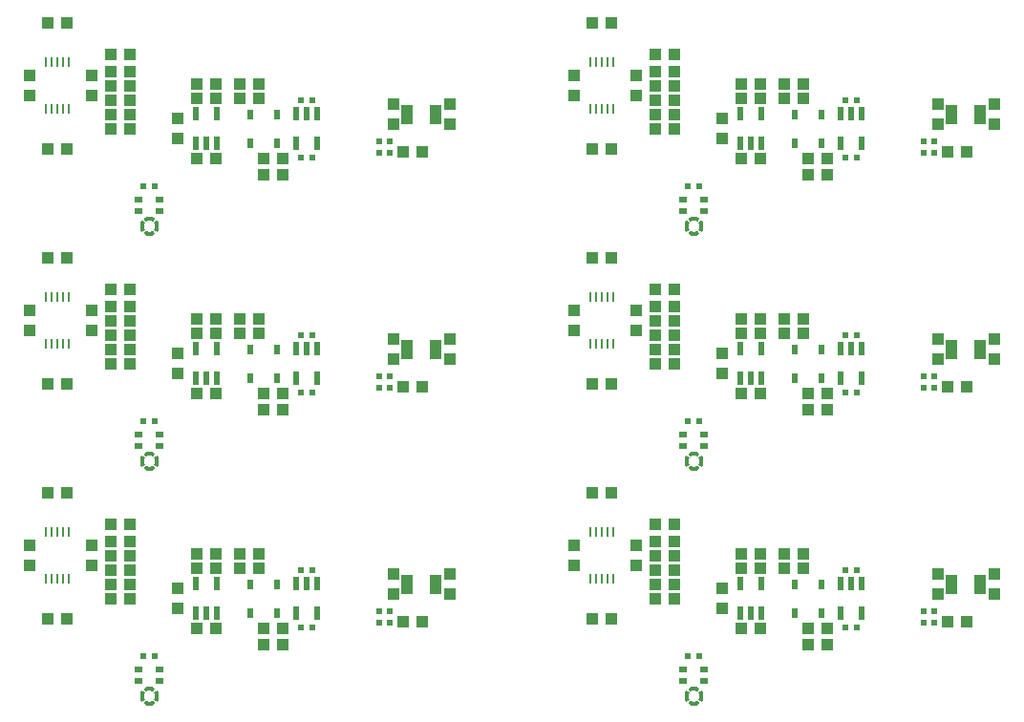
<source format=gbp>
G75*
%MOIN*%
%OFA0B0*%
%FSLAX25Y25*%
%IPPOS*%
%LPD*%
%AMOC8*
5,1,8,0,0,1.08239X$1,22.5*
%
%ADD10R,0.04331X0.03937*%
%ADD11R,0.02165X0.04724*%
%ADD12R,0.02480X0.03268*%
%ADD13R,0.03937X0.04331*%
%ADD14R,0.02362X0.02362*%
%ADD15R,0.03937X0.07087*%
%ADD16R,0.00984X0.03445*%
%ADD17R,0.02854X0.02055*%
%ADD18R,0.01969X0.00787*%
%ADD19C,0.00197*%
%ADD20R,0.00787X0.01969*%
D10*
X0131904Y0080933D03*
X0131904Y0086433D03*
X0138596Y0086433D03*
X0138596Y0080933D03*
X0115096Y0086433D03*
X0108404Y0086433D03*
X0085096Y0096933D03*
X0085096Y0101933D03*
X0078404Y0101933D03*
X0078404Y0096933D03*
X0063096Y0089933D03*
X0056404Y0089933D03*
X0078404Y0106933D03*
X0078404Y0111933D03*
X0078404Y0116933D03*
X0078404Y0122933D03*
X0085096Y0122933D03*
X0085096Y0116933D03*
X0085096Y0111933D03*
X0085096Y0106933D03*
X0108404Y0107433D03*
X0108404Y0112433D03*
X0115096Y0112433D03*
X0115096Y0107433D03*
X0123404Y0107433D03*
X0123404Y0112433D03*
X0130096Y0112433D03*
X0130096Y0107433D03*
X0180404Y0088933D03*
X0187096Y0088933D03*
X0246404Y0089933D03*
X0253096Y0089933D03*
X0268404Y0096933D03*
X0268404Y0101933D03*
X0275096Y0101933D03*
X0275096Y0096933D03*
X0298404Y0086433D03*
X0305096Y0086433D03*
X0321904Y0086433D03*
X0321904Y0080933D03*
X0328596Y0080933D03*
X0328596Y0086433D03*
X0320096Y0107433D03*
X0320096Y0112433D03*
X0313404Y0112433D03*
X0313404Y0107433D03*
X0305096Y0107433D03*
X0305096Y0112433D03*
X0298404Y0112433D03*
X0298404Y0107433D03*
X0275096Y0106933D03*
X0275096Y0111933D03*
X0275096Y0116933D03*
X0275096Y0122933D03*
X0268404Y0122933D03*
X0268404Y0116933D03*
X0268404Y0111933D03*
X0268404Y0106933D03*
X0253096Y0133933D03*
X0246404Y0133933D03*
X0298404Y0168433D03*
X0305096Y0168433D03*
X0321904Y0168433D03*
X0321904Y0162933D03*
X0328596Y0162933D03*
X0328596Y0168433D03*
X0320096Y0189433D03*
X0320096Y0194433D03*
X0313404Y0194433D03*
X0313404Y0189433D03*
X0305096Y0189433D03*
X0305096Y0194433D03*
X0298404Y0194433D03*
X0298404Y0189433D03*
X0275096Y0188933D03*
X0275096Y0183933D03*
X0275096Y0178933D03*
X0268404Y0178933D03*
X0268404Y0183933D03*
X0268404Y0188933D03*
X0268404Y0193933D03*
X0268404Y0198933D03*
X0275096Y0198933D03*
X0275096Y0193933D03*
X0275096Y0204933D03*
X0268404Y0204933D03*
X0253096Y0215933D03*
X0246404Y0215933D03*
X0298404Y0250433D03*
X0305096Y0250433D03*
X0321904Y0250433D03*
X0321904Y0244933D03*
X0328596Y0244933D03*
X0328596Y0250433D03*
X0320096Y0271433D03*
X0320096Y0276433D03*
X0313404Y0276433D03*
X0313404Y0271433D03*
X0305096Y0271433D03*
X0305096Y0276433D03*
X0298404Y0276433D03*
X0298404Y0271433D03*
X0275096Y0270933D03*
X0275096Y0265933D03*
X0275096Y0260933D03*
X0268404Y0260933D03*
X0268404Y0265933D03*
X0268404Y0270933D03*
X0268404Y0275933D03*
X0268404Y0280933D03*
X0275096Y0280933D03*
X0275096Y0275933D03*
X0275096Y0286933D03*
X0268404Y0286933D03*
X0253096Y0297933D03*
X0246404Y0297933D03*
X0246404Y0253933D03*
X0253096Y0253933D03*
X0187096Y0252933D03*
X0180404Y0252933D03*
X0138596Y0250433D03*
X0138596Y0244933D03*
X0131904Y0244933D03*
X0131904Y0250433D03*
X0115096Y0250433D03*
X0108404Y0250433D03*
X0085096Y0260933D03*
X0085096Y0265933D03*
X0085096Y0270933D03*
X0085096Y0275933D03*
X0085096Y0280933D03*
X0078404Y0280933D03*
X0078404Y0275933D03*
X0078404Y0270933D03*
X0078404Y0265933D03*
X0078404Y0260933D03*
X0063096Y0253933D03*
X0056404Y0253933D03*
X0108404Y0271433D03*
X0108404Y0276433D03*
X0115096Y0276433D03*
X0115096Y0271433D03*
X0123404Y0271433D03*
X0123404Y0276433D03*
X0130096Y0276433D03*
X0130096Y0271433D03*
X0085096Y0286933D03*
X0078404Y0286933D03*
X0063096Y0297933D03*
X0056404Y0297933D03*
X0056404Y0215933D03*
X0063096Y0215933D03*
X0078404Y0204933D03*
X0085096Y0204933D03*
X0085096Y0198933D03*
X0085096Y0193933D03*
X0085096Y0188933D03*
X0085096Y0183933D03*
X0085096Y0178933D03*
X0078404Y0178933D03*
X0078404Y0183933D03*
X0078404Y0188933D03*
X0078404Y0193933D03*
X0078404Y0198933D03*
X0108404Y0194433D03*
X0108404Y0189433D03*
X0115096Y0189433D03*
X0115096Y0194433D03*
X0123404Y0194433D03*
X0123404Y0189433D03*
X0130096Y0189433D03*
X0130096Y0194433D03*
X0131904Y0168433D03*
X0131904Y0162933D03*
X0138596Y0162933D03*
X0138596Y0168433D03*
X0115096Y0168433D03*
X0108404Y0168433D03*
X0063096Y0171933D03*
X0056404Y0171933D03*
X0056404Y0133933D03*
X0063096Y0133933D03*
X0180404Y0170933D03*
X0187096Y0170933D03*
X0246404Y0171933D03*
X0253096Y0171933D03*
X0370404Y0170933D03*
X0377096Y0170933D03*
X0377096Y0252933D03*
X0370404Y0252933D03*
X0370404Y0088933D03*
X0377096Y0088933D03*
D11*
X0340490Y0091815D03*
X0333010Y0091815D03*
X0333010Y0102052D03*
X0336750Y0102052D03*
X0340490Y0102052D03*
X0305490Y0102052D03*
X0298010Y0102052D03*
X0298010Y0091815D03*
X0301750Y0091815D03*
X0305490Y0091815D03*
X0150490Y0091815D03*
X0143010Y0091815D03*
X0143010Y0102052D03*
X0146750Y0102052D03*
X0150490Y0102052D03*
X0115490Y0102052D03*
X0108010Y0102052D03*
X0108010Y0091815D03*
X0111750Y0091815D03*
X0115490Y0091815D03*
X0115490Y0173815D03*
X0111750Y0173815D03*
X0108010Y0173815D03*
X0108010Y0184052D03*
X0115490Y0184052D03*
X0143010Y0184052D03*
X0146750Y0184052D03*
X0150490Y0184052D03*
X0150490Y0173815D03*
X0143010Y0173815D03*
X0298010Y0173815D03*
X0301750Y0173815D03*
X0305490Y0173815D03*
X0305490Y0184052D03*
X0298010Y0184052D03*
X0333010Y0184052D03*
X0336750Y0184052D03*
X0340490Y0184052D03*
X0340490Y0173815D03*
X0333010Y0173815D03*
X0333010Y0255815D03*
X0340490Y0255815D03*
X0340490Y0266052D03*
X0336750Y0266052D03*
X0333010Y0266052D03*
X0305490Y0266052D03*
X0298010Y0266052D03*
X0298010Y0255815D03*
X0301750Y0255815D03*
X0305490Y0255815D03*
X0150490Y0255815D03*
X0143010Y0255815D03*
X0143010Y0266052D03*
X0146750Y0266052D03*
X0150490Y0266052D03*
X0115490Y0266052D03*
X0108010Y0266052D03*
X0108010Y0255815D03*
X0111750Y0255815D03*
X0115490Y0255815D03*
D12*
X0127222Y0255933D03*
X0136278Y0255933D03*
X0136278Y0265933D03*
X0127222Y0265933D03*
X0127222Y0183933D03*
X0136278Y0183933D03*
X0136278Y0173933D03*
X0127222Y0173933D03*
X0127222Y0101933D03*
X0136278Y0101933D03*
X0136278Y0091933D03*
X0127222Y0091933D03*
X0317222Y0091933D03*
X0326278Y0091933D03*
X0326278Y0101933D03*
X0317222Y0101933D03*
X0317222Y0173933D03*
X0326278Y0173933D03*
X0326278Y0183933D03*
X0317222Y0183933D03*
X0317222Y0255933D03*
X0326278Y0255933D03*
X0326278Y0265933D03*
X0317222Y0265933D03*
D13*
X0291750Y0264280D03*
X0291750Y0257587D03*
X0261750Y0272587D03*
X0261750Y0279280D03*
X0240250Y0279280D03*
X0240250Y0272587D03*
X0196750Y0269280D03*
X0196750Y0262587D03*
X0177250Y0262587D03*
X0177250Y0269280D03*
X0101750Y0264280D03*
X0101750Y0257587D03*
X0071750Y0272587D03*
X0071750Y0279280D03*
X0050250Y0279280D03*
X0050250Y0272587D03*
X0050250Y0197280D03*
X0050250Y0190587D03*
X0071750Y0190587D03*
X0071750Y0197280D03*
X0101750Y0182280D03*
X0101750Y0175587D03*
X0177250Y0180587D03*
X0177250Y0187280D03*
X0196750Y0187280D03*
X0196750Y0180587D03*
X0240250Y0190587D03*
X0240250Y0197280D03*
X0261750Y0197280D03*
X0261750Y0190587D03*
X0291750Y0182280D03*
X0291750Y0175587D03*
X0367250Y0180587D03*
X0367250Y0187280D03*
X0386750Y0187280D03*
X0386750Y0180587D03*
X0261750Y0115280D03*
X0261750Y0108587D03*
X0240250Y0108587D03*
X0240250Y0115280D03*
X0196750Y0105280D03*
X0196750Y0098587D03*
X0177250Y0098587D03*
X0177250Y0105280D03*
X0101750Y0100280D03*
X0101750Y0093587D03*
X0071750Y0108587D03*
X0071750Y0115280D03*
X0050250Y0115280D03*
X0050250Y0108587D03*
X0291750Y0100280D03*
X0291750Y0093587D03*
X0367250Y0098587D03*
X0367250Y0105280D03*
X0386750Y0105280D03*
X0386750Y0098587D03*
X0386750Y0262587D03*
X0386750Y0269280D03*
X0367250Y0269280D03*
X0367250Y0262587D03*
D14*
X0365750Y0256402D03*
X0362250Y0256402D03*
X0362250Y0252465D03*
X0365750Y0252465D03*
X0338719Y0250933D03*
X0334781Y0250933D03*
X0334781Y0270933D03*
X0338719Y0270933D03*
X0283719Y0240933D03*
X0279781Y0240933D03*
X0334781Y0188933D03*
X0338719Y0188933D03*
X0362250Y0174402D03*
X0365750Y0174402D03*
X0365750Y0170465D03*
X0362250Y0170465D03*
X0338719Y0168933D03*
X0334781Y0168933D03*
X0283719Y0158933D03*
X0279781Y0158933D03*
X0334781Y0106933D03*
X0338719Y0106933D03*
X0362250Y0092402D03*
X0365750Y0092402D03*
X0365750Y0088465D03*
X0362250Y0088465D03*
X0338719Y0086933D03*
X0334781Y0086933D03*
X0283719Y0076933D03*
X0279781Y0076933D03*
X0175750Y0088465D03*
X0172250Y0088465D03*
X0172250Y0092402D03*
X0175750Y0092402D03*
X0148719Y0086933D03*
X0144781Y0086933D03*
X0144781Y0106933D03*
X0148719Y0106933D03*
X0093719Y0076933D03*
X0089781Y0076933D03*
X0089781Y0158933D03*
X0093719Y0158933D03*
X0144781Y0168933D03*
X0148719Y0168933D03*
X0172250Y0170465D03*
X0175750Y0170465D03*
X0175750Y0174402D03*
X0172250Y0174402D03*
X0148719Y0188933D03*
X0144781Y0188933D03*
X0093719Y0240933D03*
X0089781Y0240933D03*
X0144781Y0250933D03*
X0148719Y0250933D03*
X0172250Y0252465D03*
X0175750Y0252465D03*
X0175750Y0256402D03*
X0172250Y0256402D03*
X0148719Y0270933D03*
X0144781Y0270933D03*
D15*
X0181829Y0265933D03*
X0191671Y0265933D03*
X0191671Y0183933D03*
X0181829Y0183933D03*
X0181829Y0101933D03*
X0191671Y0101933D03*
X0371829Y0101933D03*
X0381671Y0101933D03*
X0381671Y0183933D03*
X0371829Y0183933D03*
X0371829Y0265933D03*
X0381671Y0265933D03*
D16*
X0253687Y0267813D03*
X0251719Y0267813D03*
X0249750Y0267813D03*
X0247781Y0267813D03*
X0245813Y0267813D03*
X0245813Y0284053D03*
X0247781Y0284053D03*
X0249750Y0284053D03*
X0251719Y0284053D03*
X0253687Y0284053D03*
X0253687Y0202053D03*
X0251719Y0202053D03*
X0249750Y0202053D03*
X0247781Y0202053D03*
X0245813Y0202053D03*
X0245813Y0185813D03*
X0247781Y0185813D03*
X0249750Y0185813D03*
X0251719Y0185813D03*
X0253687Y0185813D03*
X0253687Y0120053D03*
X0251719Y0120053D03*
X0249750Y0120053D03*
X0247781Y0120053D03*
X0245813Y0120053D03*
X0245813Y0103813D03*
X0247781Y0103813D03*
X0249750Y0103813D03*
X0251719Y0103813D03*
X0253687Y0103813D03*
X0063687Y0103813D03*
X0061719Y0103813D03*
X0059750Y0103813D03*
X0057781Y0103813D03*
X0055813Y0103813D03*
X0055813Y0120053D03*
X0057781Y0120053D03*
X0059750Y0120053D03*
X0061719Y0120053D03*
X0063687Y0120053D03*
X0063687Y0185813D03*
X0061719Y0185813D03*
X0059750Y0185813D03*
X0057781Y0185813D03*
X0055813Y0185813D03*
X0055813Y0202053D03*
X0057781Y0202053D03*
X0059750Y0202053D03*
X0061719Y0202053D03*
X0063687Y0202053D03*
X0063687Y0267813D03*
X0061719Y0267813D03*
X0059750Y0267813D03*
X0057781Y0267813D03*
X0055813Y0267813D03*
X0055813Y0284053D03*
X0057781Y0284053D03*
X0059750Y0284053D03*
X0061719Y0284053D03*
X0063687Y0284053D03*
D17*
X0088207Y0236051D03*
X0088207Y0232114D03*
X0095293Y0232114D03*
X0095293Y0236051D03*
X0095293Y0154051D03*
X0095293Y0150114D03*
X0088207Y0150114D03*
X0088207Y0154051D03*
X0088207Y0072051D03*
X0088207Y0068114D03*
X0095293Y0068114D03*
X0095293Y0072051D03*
X0278207Y0072051D03*
X0278207Y0068114D03*
X0285293Y0068114D03*
X0285293Y0072051D03*
X0285293Y0150114D03*
X0285293Y0154051D03*
X0278207Y0154051D03*
X0278207Y0150114D03*
X0278207Y0232114D03*
X0278207Y0236051D03*
X0285293Y0236051D03*
X0285293Y0232114D03*
D18*
X0281750Y0229555D03*
X0281750Y0224437D03*
X0281750Y0147555D03*
X0281750Y0142437D03*
X0281750Y0065555D03*
X0281750Y0060437D03*
X0091750Y0060437D03*
X0091750Y0065555D03*
X0091750Y0142437D03*
X0091750Y0147555D03*
X0091750Y0224437D03*
X0091750Y0229555D03*
D19*
X0089998Y0061815D02*
X0089183Y0061264D01*
X0088884Y0061800D01*
X0088699Y0062385D01*
X0088637Y0062996D01*
X0088699Y0063607D01*
X0088884Y0064192D01*
X0089183Y0064728D01*
X0089998Y0064177D01*
X0089794Y0063812D01*
X0089668Y0063412D01*
X0089626Y0062996D01*
X0089668Y0062580D01*
X0089794Y0062180D01*
X0089998Y0061815D01*
X0089997Y0061817D02*
X0088878Y0061817D01*
X0088817Y0062012D02*
X0089888Y0062012D01*
X0089785Y0062208D02*
X0088755Y0062208D01*
X0088697Y0062403D02*
X0089724Y0062403D01*
X0089666Y0062599D02*
X0088677Y0062599D01*
X0088658Y0062794D02*
X0089646Y0062794D01*
X0089626Y0062989D02*
X0088638Y0062989D01*
X0088656Y0063185D02*
X0089645Y0063185D01*
X0089665Y0063380D02*
X0088676Y0063380D01*
X0088696Y0063575D02*
X0089720Y0063575D01*
X0089781Y0063771D02*
X0088751Y0063771D01*
X0088813Y0063966D02*
X0089880Y0063966D01*
X0089989Y0064161D02*
X0088874Y0064161D01*
X0088976Y0064357D02*
X0089732Y0064357D01*
X0089444Y0064552D02*
X0089085Y0064552D01*
X0090173Y0065334D02*
X0093327Y0065334D01*
X0093459Y0065529D02*
X0090041Y0065529D01*
X0090018Y0065563D02*
X0090569Y0064748D01*
X0090934Y0064952D01*
X0091334Y0065078D01*
X0091750Y0065120D01*
X0092166Y0065078D01*
X0092566Y0064952D01*
X0092931Y0064748D01*
X0093482Y0065563D01*
X0092946Y0065862D01*
X0092361Y0066047D01*
X0091750Y0066109D01*
X0091139Y0066047D01*
X0090554Y0065862D01*
X0090018Y0065563D01*
X0090307Y0065724D02*
X0093193Y0065724D01*
X0092764Y0065920D02*
X0090736Y0065920D01*
X0090305Y0065138D02*
X0093195Y0065138D01*
X0093063Y0064943D02*
X0092582Y0064943D01*
X0093502Y0064177D02*
X0094317Y0064728D01*
X0094616Y0064192D01*
X0094801Y0063607D01*
X0094863Y0062996D01*
X0094801Y0062385D01*
X0094616Y0061800D01*
X0094317Y0061264D01*
X0093502Y0061815D01*
X0093706Y0062180D01*
X0093832Y0062580D01*
X0093874Y0062996D01*
X0093832Y0063412D01*
X0093706Y0063812D01*
X0093502Y0064177D01*
X0093511Y0064161D02*
X0094626Y0064161D01*
X0094687Y0063966D02*
X0093620Y0063966D01*
X0093719Y0063771D02*
X0094749Y0063771D01*
X0094804Y0063575D02*
X0093780Y0063575D01*
X0093835Y0063380D02*
X0094824Y0063380D01*
X0094844Y0063185D02*
X0093855Y0063185D01*
X0093874Y0062989D02*
X0094862Y0062989D01*
X0094842Y0062794D02*
X0093854Y0062794D01*
X0093834Y0062599D02*
X0094823Y0062599D01*
X0094803Y0062403D02*
X0093776Y0062403D01*
X0093715Y0062208D02*
X0094745Y0062208D01*
X0094683Y0062012D02*
X0093612Y0062012D01*
X0093503Y0061817D02*
X0094622Y0061817D01*
X0094517Y0061622D02*
X0093788Y0061622D01*
X0094077Y0061426D02*
X0094408Y0061426D01*
X0093336Y0060645D02*
X0090164Y0060645D01*
X0093336Y0060645D01*
X0090164Y0060645D01*
X0093336Y0060645D01*
X0090164Y0060645D01*
X0093336Y0060645D01*
X0090164Y0060645D01*
X0090296Y0060840D02*
X0093204Y0060840D01*
X0090296Y0060840D01*
X0093204Y0060840D01*
X0090296Y0060840D01*
X0093204Y0060840D01*
X0090296Y0060840D01*
X0093204Y0060840D01*
X0093072Y0061036D02*
X0092552Y0061036D01*
X0093072Y0061036D01*
X0092552Y0061036D01*
X0093072Y0061036D01*
X0092552Y0061036D01*
X0093072Y0061036D01*
X0092552Y0061036D01*
X0092566Y0061040D02*
X0092931Y0061244D01*
X0093482Y0060429D01*
X0092946Y0060130D01*
X0092361Y0059945D01*
X0091750Y0059883D01*
X0091139Y0059945D01*
X0090554Y0060130D01*
X0090018Y0060429D01*
X0090569Y0061244D01*
X0090934Y0061040D01*
X0091334Y0060914D01*
X0091750Y0060872D01*
X0092166Y0060914D01*
X0092566Y0061040D01*
X0092931Y0061244D01*
X0093482Y0060429D01*
X0092946Y0060130D01*
X0092361Y0059945D01*
X0091750Y0059883D01*
X0091139Y0059945D01*
X0090554Y0060130D01*
X0090018Y0060429D01*
X0090569Y0061244D01*
X0090934Y0061040D01*
X0091334Y0060914D01*
X0091750Y0060872D01*
X0092166Y0060914D01*
X0092566Y0061040D01*
X0092931Y0061244D01*
X0093482Y0060429D01*
X0092946Y0060130D01*
X0092361Y0059945D01*
X0091750Y0059883D01*
X0091139Y0059945D01*
X0090554Y0060130D01*
X0090018Y0060429D01*
X0090569Y0061244D01*
X0090934Y0061040D01*
X0091334Y0060914D01*
X0091750Y0060872D01*
X0092166Y0060914D01*
X0092566Y0061040D01*
X0092931Y0061244D01*
X0093482Y0060429D01*
X0092946Y0060130D01*
X0092361Y0059945D01*
X0091750Y0059883D01*
X0091139Y0059945D01*
X0090554Y0060130D01*
X0090018Y0060429D01*
X0090569Y0061244D01*
X0090934Y0061040D01*
X0091334Y0060914D01*
X0091750Y0060872D01*
X0092166Y0060914D01*
X0092566Y0061040D01*
X0092931Y0061244D01*
X0093482Y0060429D01*
X0092946Y0060130D01*
X0092361Y0059945D01*
X0091750Y0059883D01*
X0091139Y0059945D01*
X0090554Y0060130D01*
X0090018Y0060429D01*
X0090569Y0061244D01*
X0090934Y0061040D01*
X0091334Y0060914D01*
X0091750Y0060872D01*
X0092166Y0060914D01*
X0092566Y0061040D01*
X0092931Y0061244D01*
X0093482Y0060429D01*
X0092946Y0060130D01*
X0092361Y0059945D01*
X0091750Y0059883D01*
X0091139Y0059945D01*
X0090554Y0060130D01*
X0090018Y0060429D01*
X0090569Y0061244D01*
X0090934Y0061040D01*
X0091334Y0060914D01*
X0091750Y0060872D01*
X0092166Y0060914D01*
X0092566Y0061040D01*
X0092931Y0061244D01*
X0093482Y0060429D01*
X0092946Y0060130D01*
X0092361Y0059945D01*
X0091750Y0059883D01*
X0091139Y0059945D01*
X0090554Y0060130D01*
X0090018Y0060429D01*
X0090569Y0061244D01*
X0090934Y0061040D01*
X0091334Y0060914D01*
X0091750Y0060872D01*
X0092166Y0060914D01*
X0092566Y0061040D01*
X0092908Y0061231D02*
X0092940Y0061231D01*
X0092908Y0061231D01*
X0092940Y0061231D01*
X0092908Y0061231D01*
X0092940Y0061231D01*
X0092908Y0061231D01*
X0092940Y0061231D01*
X0093468Y0060450D02*
X0090032Y0060450D01*
X0093468Y0060450D01*
X0090032Y0060450D01*
X0093468Y0060450D01*
X0090032Y0060450D01*
X0093468Y0060450D01*
X0090032Y0060450D01*
X0090331Y0060254D02*
X0093169Y0060254D01*
X0090331Y0060254D01*
X0093169Y0060254D01*
X0090331Y0060254D01*
X0093169Y0060254D01*
X0090331Y0060254D01*
X0093169Y0060254D01*
X0092721Y0060059D02*
X0090779Y0060059D01*
X0092721Y0060059D01*
X0090779Y0060059D01*
X0092721Y0060059D01*
X0090779Y0060059D01*
X0092721Y0060059D01*
X0090779Y0060059D01*
X0090948Y0061036D02*
X0090428Y0061036D01*
X0090948Y0061036D01*
X0090428Y0061036D01*
X0090948Y0061036D01*
X0090428Y0061036D01*
X0090948Y0061036D01*
X0090428Y0061036D01*
X0090560Y0061231D02*
X0090592Y0061231D01*
X0090560Y0061231D01*
X0090592Y0061231D01*
X0090560Y0061231D01*
X0090592Y0061231D01*
X0090560Y0061231D01*
X0090592Y0061231D01*
X0089712Y0061622D02*
X0088983Y0061622D01*
X0089092Y0061426D02*
X0089424Y0061426D01*
X0090437Y0064943D02*
X0090918Y0064943D01*
X0093768Y0064357D02*
X0094524Y0064357D01*
X0094415Y0064552D02*
X0094056Y0064552D01*
X0091750Y0141883D02*
X0091139Y0141945D01*
X0090554Y0142130D01*
X0090018Y0142429D01*
X0090569Y0143244D01*
X0090934Y0143040D01*
X0091334Y0142914D01*
X0091750Y0142872D01*
X0092166Y0142914D01*
X0092566Y0143040D01*
X0092931Y0143244D01*
X0093482Y0142429D01*
X0092946Y0142130D01*
X0092361Y0141945D01*
X0091750Y0141883D01*
X0091139Y0141945D01*
X0090554Y0142130D01*
X0090018Y0142429D01*
X0090569Y0143244D01*
X0090934Y0143040D01*
X0091334Y0142914D01*
X0091750Y0142872D01*
X0092166Y0142914D01*
X0092566Y0143040D01*
X0092931Y0143244D01*
X0093482Y0142429D01*
X0092946Y0142130D01*
X0092361Y0141945D01*
X0091750Y0141883D01*
X0091139Y0141945D01*
X0090554Y0142130D01*
X0090018Y0142429D01*
X0090569Y0143244D01*
X0090934Y0143040D01*
X0091334Y0142914D01*
X0091750Y0142872D01*
X0092166Y0142914D01*
X0092566Y0143040D01*
X0092931Y0143244D01*
X0093482Y0142429D01*
X0092946Y0142130D01*
X0092361Y0141945D01*
X0091750Y0141883D01*
X0091139Y0141945D01*
X0090554Y0142130D01*
X0090018Y0142429D01*
X0090569Y0143244D01*
X0090934Y0143040D01*
X0091334Y0142914D01*
X0091750Y0142872D01*
X0092166Y0142914D01*
X0092566Y0143040D01*
X0092931Y0143244D01*
X0093482Y0142429D01*
X0092946Y0142130D01*
X0092361Y0141945D01*
X0091750Y0141883D01*
X0091139Y0141945D01*
X0090554Y0142130D01*
X0090018Y0142429D01*
X0090569Y0143244D01*
X0090934Y0143040D01*
X0091334Y0142914D01*
X0091750Y0142872D01*
X0092166Y0142914D01*
X0092566Y0143040D01*
X0092931Y0143244D01*
X0093482Y0142429D01*
X0092946Y0142130D01*
X0092361Y0141945D01*
X0091750Y0141883D01*
X0091139Y0141945D01*
X0090554Y0142130D01*
X0090018Y0142429D01*
X0090569Y0143244D01*
X0090934Y0143040D01*
X0091334Y0142914D01*
X0091750Y0142872D01*
X0092166Y0142914D01*
X0092566Y0143040D01*
X0092931Y0143244D01*
X0093482Y0142429D01*
X0092946Y0142130D01*
X0092361Y0141945D01*
X0091750Y0141883D01*
X0091139Y0141945D01*
X0090554Y0142130D01*
X0090018Y0142429D01*
X0090569Y0143244D01*
X0090934Y0143040D01*
X0091334Y0142914D01*
X0091750Y0142872D01*
X0092166Y0142914D01*
X0092566Y0143040D01*
X0092931Y0143244D01*
X0093482Y0142429D01*
X0092946Y0142130D01*
X0092361Y0141945D01*
X0091750Y0141883D01*
X0091432Y0141915D02*
X0092068Y0141915D01*
X0091432Y0141915D01*
X0092068Y0141915D01*
X0091432Y0141915D01*
X0092068Y0141915D01*
X0091432Y0141915D01*
X0092068Y0141915D01*
X0092885Y0142111D02*
X0090615Y0142111D01*
X0092885Y0142111D01*
X0090615Y0142111D01*
X0092885Y0142111D01*
X0090615Y0142111D01*
X0092885Y0142111D01*
X0090615Y0142111D01*
X0090238Y0142306D02*
X0093262Y0142306D01*
X0090238Y0142306D01*
X0093262Y0142306D01*
X0090238Y0142306D01*
X0093262Y0142306D01*
X0090238Y0142306D01*
X0093262Y0142306D01*
X0093433Y0142502D02*
X0090067Y0142502D01*
X0093433Y0142502D01*
X0090067Y0142502D01*
X0093433Y0142502D01*
X0090067Y0142502D01*
X0093433Y0142502D01*
X0090067Y0142502D01*
X0090199Y0142697D02*
X0093301Y0142697D01*
X0090199Y0142697D01*
X0093301Y0142697D01*
X0090199Y0142697D01*
X0093301Y0142697D01*
X0090199Y0142697D01*
X0093301Y0142697D01*
X0093169Y0142892D02*
X0091951Y0142892D01*
X0093169Y0142892D01*
X0091951Y0142892D01*
X0093169Y0142892D01*
X0091951Y0142892D01*
X0093169Y0142892D01*
X0091951Y0142892D01*
X0091549Y0142892D02*
X0090331Y0142892D01*
X0091549Y0142892D01*
X0090331Y0142892D01*
X0091549Y0142892D01*
X0090331Y0142892D01*
X0091549Y0142892D01*
X0090331Y0142892D01*
X0090463Y0143088D02*
X0090849Y0143088D01*
X0090463Y0143088D01*
X0090849Y0143088D01*
X0090463Y0143088D01*
X0090849Y0143088D01*
X0090463Y0143088D01*
X0090849Y0143088D01*
X0089998Y0143815D02*
X0089183Y0143264D01*
X0088884Y0143800D01*
X0088699Y0144385D01*
X0088637Y0144996D01*
X0088699Y0145607D01*
X0088884Y0146192D01*
X0089183Y0146728D01*
X0089998Y0146177D01*
X0089794Y0145812D01*
X0089668Y0145412D01*
X0089626Y0144996D01*
X0089668Y0144580D01*
X0089794Y0144180D01*
X0089998Y0143815D01*
X0089968Y0143869D02*
X0088862Y0143869D01*
X0088800Y0144064D02*
X0089859Y0144064D01*
X0089769Y0144260D02*
X0088739Y0144260D01*
X0088692Y0144455D02*
X0089707Y0144455D01*
X0089661Y0144650D02*
X0088672Y0144650D01*
X0088652Y0144846D02*
X0089641Y0144846D01*
X0089630Y0145041D02*
X0088641Y0145041D01*
X0088661Y0145237D02*
X0089650Y0145237D01*
X0089674Y0145432D02*
X0088681Y0145432D01*
X0088706Y0145627D02*
X0089736Y0145627D01*
X0089800Y0145823D02*
X0088767Y0145823D01*
X0088829Y0146018D02*
X0089909Y0146018D01*
X0089944Y0146213D02*
X0088896Y0146213D01*
X0089005Y0146409D02*
X0089656Y0146409D01*
X0089367Y0146604D02*
X0089114Y0146604D01*
X0090138Y0147386D02*
X0093362Y0147386D01*
X0093450Y0147581D02*
X0090050Y0147581D01*
X0090018Y0147563D02*
X0090569Y0146748D01*
X0090934Y0146952D01*
X0091334Y0147078D01*
X0091750Y0147120D01*
X0092166Y0147078D01*
X0092566Y0146952D01*
X0092931Y0146748D01*
X0093482Y0147563D01*
X0092946Y0147862D01*
X0092361Y0148047D01*
X0091750Y0148109D01*
X0091139Y0148047D01*
X0090554Y0147862D01*
X0090018Y0147563D01*
X0090400Y0147776D02*
X0093100Y0147776D01*
X0092599Y0147972D02*
X0090901Y0147972D01*
X0091070Y0146995D02*
X0090402Y0146995D01*
X0090270Y0147190D02*
X0093230Y0147190D01*
X0093098Y0146995D02*
X0092430Y0146995D01*
X0092839Y0146799D02*
X0092966Y0146799D01*
X0093502Y0146177D02*
X0094317Y0146728D01*
X0094616Y0146192D01*
X0094801Y0145607D01*
X0094863Y0144996D01*
X0094801Y0144385D01*
X0094616Y0143800D01*
X0094317Y0143264D01*
X0093502Y0143815D01*
X0093706Y0144180D01*
X0093832Y0144580D01*
X0093874Y0144996D01*
X0093832Y0145412D01*
X0093706Y0145812D01*
X0093502Y0146177D01*
X0093555Y0146213D02*
X0094604Y0146213D01*
X0094671Y0146018D02*
X0093591Y0146018D01*
X0093700Y0145823D02*
X0094733Y0145823D01*
X0094794Y0145627D02*
X0093764Y0145627D01*
X0093826Y0145432D02*
X0094819Y0145432D01*
X0094839Y0145237D02*
X0093850Y0145237D01*
X0093870Y0145041D02*
X0094859Y0145041D01*
X0094848Y0144846D02*
X0093859Y0144846D01*
X0093839Y0144650D02*
X0094828Y0144650D01*
X0094808Y0144455D02*
X0093793Y0144455D01*
X0093731Y0144260D02*
X0094761Y0144260D01*
X0094700Y0144064D02*
X0093641Y0144064D01*
X0093532Y0143869D02*
X0094638Y0143869D01*
X0094546Y0143674D02*
X0093711Y0143674D01*
X0094000Y0143478D02*
X0094437Y0143478D01*
X0094328Y0143283D02*
X0094289Y0143283D01*
X0093037Y0143088D02*
X0092651Y0143088D01*
X0093037Y0143088D01*
X0092651Y0143088D01*
X0093037Y0143088D01*
X0092651Y0143088D01*
X0093037Y0143088D01*
X0092651Y0143088D01*
X0089789Y0143674D02*
X0088954Y0143674D01*
X0089063Y0143478D02*
X0089500Y0143478D01*
X0089211Y0143283D02*
X0089172Y0143283D01*
X0090534Y0146799D02*
X0090661Y0146799D01*
X0093844Y0146409D02*
X0094495Y0146409D01*
X0094386Y0146604D02*
X0094133Y0146604D01*
X0091750Y0223883D02*
X0091139Y0223945D01*
X0090554Y0224130D01*
X0090018Y0224429D01*
X0090569Y0225244D01*
X0090934Y0225040D01*
X0091334Y0224914D01*
X0091750Y0224872D01*
X0092166Y0224914D01*
X0092566Y0225040D01*
X0092931Y0225244D01*
X0093482Y0224429D01*
X0092946Y0224130D01*
X0092361Y0223945D01*
X0091750Y0223883D01*
X0091139Y0223945D01*
X0090554Y0224130D01*
X0090018Y0224429D01*
X0090569Y0225244D01*
X0090934Y0225040D01*
X0091334Y0224914D01*
X0091750Y0224872D01*
X0092166Y0224914D01*
X0092566Y0225040D01*
X0092931Y0225244D01*
X0093482Y0224429D01*
X0092946Y0224130D01*
X0092361Y0223945D01*
X0091750Y0223883D01*
X0091139Y0223945D01*
X0090554Y0224130D01*
X0090018Y0224429D01*
X0090569Y0225244D01*
X0090934Y0225040D01*
X0091334Y0224914D01*
X0091750Y0224872D01*
X0092166Y0224914D01*
X0092566Y0225040D01*
X0092931Y0225244D01*
X0093482Y0224429D01*
X0092946Y0224130D01*
X0092361Y0223945D01*
X0091750Y0223883D01*
X0091139Y0223945D01*
X0090554Y0224130D01*
X0090018Y0224429D01*
X0090569Y0225244D01*
X0090934Y0225040D01*
X0091334Y0224914D01*
X0091750Y0224872D01*
X0092166Y0224914D01*
X0092566Y0225040D01*
X0092931Y0225244D01*
X0093482Y0224429D01*
X0092946Y0224130D01*
X0092361Y0223945D01*
X0091750Y0223883D01*
X0091139Y0223945D01*
X0090554Y0224130D01*
X0090018Y0224429D01*
X0090569Y0225244D01*
X0090934Y0225040D01*
X0091334Y0224914D01*
X0091750Y0224872D01*
X0092166Y0224914D01*
X0092566Y0225040D01*
X0092931Y0225244D01*
X0093482Y0224429D01*
X0092946Y0224130D01*
X0092361Y0223945D01*
X0091750Y0223883D01*
X0091139Y0223945D01*
X0090554Y0224130D01*
X0090018Y0224429D01*
X0090569Y0225244D01*
X0090934Y0225040D01*
X0091334Y0224914D01*
X0091750Y0224872D01*
X0092166Y0224914D01*
X0092566Y0225040D01*
X0092931Y0225244D01*
X0093482Y0224429D01*
X0092946Y0224130D01*
X0092361Y0223945D01*
X0091750Y0223883D01*
X0091139Y0223945D01*
X0090554Y0224130D01*
X0090018Y0224429D01*
X0090569Y0225244D01*
X0090934Y0225040D01*
X0091334Y0224914D01*
X0091750Y0224872D01*
X0092166Y0224914D01*
X0092566Y0225040D01*
X0092931Y0225244D01*
X0093482Y0224429D01*
X0092946Y0224130D01*
X0092361Y0223945D01*
X0091750Y0223883D01*
X0091070Y0223967D02*
X0092430Y0223967D01*
X0091070Y0223967D01*
X0092430Y0223967D01*
X0091070Y0223967D01*
X0092430Y0223967D01*
X0091070Y0223967D01*
X0092430Y0223967D01*
X0093005Y0224163D02*
X0090495Y0224163D01*
X0093005Y0224163D01*
X0090495Y0224163D01*
X0093005Y0224163D01*
X0090495Y0224163D01*
X0093005Y0224163D01*
X0090495Y0224163D01*
X0090145Y0224358D02*
X0093355Y0224358D01*
X0090145Y0224358D01*
X0093355Y0224358D01*
X0090145Y0224358D01*
X0093355Y0224358D01*
X0090145Y0224358D01*
X0093355Y0224358D01*
X0093398Y0224553D02*
X0090102Y0224553D01*
X0093398Y0224553D01*
X0090102Y0224553D01*
X0093398Y0224553D01*
X0090102Y0224553D01*
X0093398Y0224553D01*
X0090102Y0224553D01*
X0090234Y0224749D02*
X0093266Y0224749D01*
X0090234Y0224749D01*
X0093266Y0224749D01*
X0090234Y0224749D01*
X0093266Y0224749D01*
X0090234Y0224749D01*
X0093266Y0224749D01*
X0093134Y0224944D02*
X0092261Y0224944D01*
X0093134Y0224944D01*
X0092261Y0224944D01*
X0093134Y0224944D01*
X0092261Y0224944D01*
X0093134Y0224944D01*
X0092261Y0224944D01*
X0092744Y0225140D02*
X0093002Y0225140D01*
X0092744Y0225140D01*
X0093002Y0225140D01*
X0092744Y0225140D01*
X0093002Y0225140D01*
X0092744Y0225140D01*
X0093002Y0225140D01*
X0093502Y0225815D02*
X0094317Y0225264D01*
X0094616Y0225800D01*
X0094801Y0226385D01*
X0094863Y0226996D01*
X0094801Y0227607D01*
X0094616Y0228192D01*
X0094317Y0228728D01*
X0093502Y0228177D01*
X0093706Y0227812D01*
X0093832Y0227412D01*
X0093874Y0226996D01*
X0093832Y0226580D01*
X0093706Y0226180D01*
X0093502Y0225815D01*
X0093561Y0225921D02*
X0094654Y0225921D01*
X0094716Y0226116D02*
X0093670Y0226116D01*
X0093747Y0226312D02*
X0094778Y0226312D01*
X0094813Y0226507D02*
X0093809Y0226507D01*
X0093844Y0226702D02*
X0094833Y0226702D01*
X0094853Y0226898D02*
X0093864Y0226898D01*
X0093864Y0227093D02*
X0094853Y0227093D01*
X0094833Y0227288D02*
X0093845Y0227288D01*
X0093809Y0227484D02*
X0094813Y0227484D01*
X0094778Y0227679D02*
X0093748Y0227679D01*
X0093671Y0227875D02*
X0094716Y0227875D01*
X0094655Y0228070D02*
X0093562Y0228070D01*
X0093632Y0228265D02*
X0094575Y0228265D01*
X0094466Y0228461D02*
X0093921Y0228461D01*
X0094210Y0228656D02*
X0094357Y0228656D01*
X0093397Y0229437D02*
X0090103Y0229437D01*
X0090018Y0229563D02*
X0090569Y0228748D01*
X0090934Y0228952D01*
X0091334Y0229078D01*
X0091750Y0229120D01*
X0092166Y0229078D01*
X0092566Y0228952D01*
X0092931Y0228748D01*
X0093482Y0229563D01*
X0092946Y0229862D01*
X0092361Y0230047D01*
X0091750Y0230109D01*
X0091139Y0230047D01*
X0090554Y0229862D01*
X0090018Y0229563D01*
X0090143Y0229633D02*
X0093357Y0229633D01*
X0093007Y0229828D02*
X0090493Y0229828D01*
X0091066Y0230024D02*
X0092434Y0230024D01*
X0092265Y0229047D02*
X0093133Y0229047D01*
X0093265Y0229242D02*
X0090235Y0229242D01*
X0090367Y0229047D02*
X0091235Y0229047D01*
X0090754Y0228851D02*
X0090499Y0228851D01*
X0089998Y0228177D02*
X0089794Y0227812D01*
X0089668Y0227412D01*
X0089626Y0226996D01*
X0089668Y0226580D01*
X0089794Y0226180D01*
X0089998Y0225815D01*
X0089183Y0225264D01*
X0088884Y0225800D01*
X0088699Y0226385D01*
X0088637Y0226996D01*
X0088699Y0227607D01*
X0088884Y0228192D01*
X0089183Y0228728D01*
X0089998Y0228177D01*
X0089938Y0228070D02*
X0088845Y0228070D01*
X0088784Y0227875D02*
X0089829Y0227875D01*
X0089752Y0227679D02*
X0088722Y0227679D01*
X0088687Y0227484D02*
X0089691Y0227484D01*
X0089656Y0227288D02*
X0088667Y0227288D01*
X0088647Y0227093D02*
X0089636Y0227093D01*
X0089636Y0226898D02*
X0088647Y0226898D01*
X0088667Y0226702D02*
X0089656Y0226702D01*
X0089691Y0226507D02*
X0088687Y0226507D01*
X0088723Y0226312D02*
X0089753Y0226312D01*
X0089830Y0226116D02*
X0088784Y0226116D01*
X0088846Y0225921D02*
X0089939Y0225921D01*
X0089866Y0225726D02*
X0088925Y0225726D01*
X0089034Y0225530D02*
X0089577Y0225530D01*
X0089288Y0225335D02*
X0089143Y0225335D01*
X0090366Y0224944D02*
X0091239Y0224944D01*
X0090366Y0224944D01*
X0091239Y0224944D01*
X0090366Y0224944D01*
X0091239Y0224944D01*
X0090366Y0224944D01*
X0091239Y0224944D01*
X0090756Y0225140D02*
X0090498Y0225140D01*
X0090756Y0225140D01*
X0090498Y0225140D01*
X0090756Y0225140D01*
X0090498Y0225140D01*
X0090756Y0225140D01*
X0090498Y0225140D01*
X0089868Y0228265D02*
X0088925Y0228265D01*
X0089034Y0228461D02*
X0089579Y0228461D01*
X0089290Y0228656D02*
X0089143Y0228656D01*
X0092746Y0228851D02*
X0093001Y0228851D01*
X0093634Y0225726D02*
X0094575Y0225726D01*
X0094466Y0225530D02*
X0093923Y0225530D01*
X0094212Y0225335D02*
X0094357Y0225335D01*
X0278637Y0226996D02*
X0278699Y0227607D01*
X0278884Y0228192D01*
X0279183Y0228728D01*
X0279998Y0228177D01*
X0279794Y0227812D01*
X0279668Y0227412D01*
X0279626Y0226996D01*
X0279668Y0226580D01*
X0279794Y0226180D01*
X0279998Y0225815D01*
X0279183Y0225264D01*
X0278884Y0225800D01*
X0278699Y0226385D01*
X0278637Y0226996D01*
X0278647Y0227093D02*
X0279636Y0227093D01*
X0279636Y0226898D02*
X0278647Y0226898D01*
X0278667Y0226702D02*
X0279656Y0226702D01*
X0279691Y0226507D02*
X0278687Y0226507D01*
X0278723Y0226312D02*
X0279753Y0226312D01*
X0279830Y0226116D02*
X0278784Y0226116D01*
X0278846Y0225921D02*
X0279939Y0225921D01*
X0279866Y0225726D02*
X0278925Y0225726D01*
X0279034Y0225530D02*
X0279577Y0225530D01*
X0279288Y0225335D02*
X0279143Y0225335D01*
X0280102Y0224553D02*
X0283398Y0224553D01*
X0280102Y0224553D01*
X0283398Y0224553D01*
X0280102Y0224553D01*
X0283398Y0224553D01*
X0280102Y0224553D01*
X0283398Y0224553D01*
X0283482Y0224429D02*
X0282931Y0225244D01*
X0282566Y0225040D01*
X0282166Y0224914D01*
X0281750Y0224872D01*
X0281334Y0224914D01*
X0280934Y0225040D01*
X0280569Y0225244D01*
X0280018Y0224429D01*
X0280554Y0224130D01*
X0281139Y0223945D01*
X0281750Y0223883D01*
X0282361Y0223945D01*
X0282946Y0224130D01*
X0283482Y0224429D01*
X0282931Y0225244D01*
X0282566Y0225040D01*
X0282166Y0224914D01*
X0281750Y0224872D01*
X0281334Y0224914D01*
X0280934Y0225040D01*
X0280569Y0225244D01*
X0280018Y0224429D01*
X0280554Y0224130D01*
X0281139Y0223945D01*
X0281750Y0223883D01*
X0282361Y0223945D01*
X0282946Y0224130D01*
X0283482Y0224429D01*
X0282931Y0225244D01*
X0282566Y0225040D01*
X0282166Y0224914D01*
X0281750Y0224872D01*
X0281334Y0224914D01*
X0280934Y0225040D01*
X0280569Y0225244D01*
X0280018Y0224429D01*
X0280554Y0224130D01*
X0281139Y0223945D01*
X0281750Y0223883D01*
X0282361Y0223945D01*
X0282946Y0224130D01*
X0283482Y0224429D01*
X0282931Y0225244D01*
X0282566Y0225040D01*
X0282166Y0224914D01*
X0281750Y0224872D01*
X0281334Y0224914D01*
X0280934Y0225040D01*
X0280569Y0225244D01*
X0280018Y0224429D01*
X0280554Y0224130D01*
X0281139Y0223945D01*
X0281750Y0223883D01*
X0282361Y0223945D01*
X0282946Y0224130D01*
X0283482Y0224429D01*
X0282931Y0225244D01*
X0282566Y0225040D01*
X0282166Y0224914D01*
X0281750Y0224872D01*
X0281334Y0224914D01*
X0280934Y0225040D01*
X0280569Y0225244D01*
X0280018Y0224429D01*
X0280554Y0224130D01*
X0281139Y0223945D01*
X0281750Y0223883D01*
X0282361Y0223945D01*
X0282946Y0224130D01*
X0283482Y0224429D01*
X0282931Y0225244D01*
X0282566Y0225040D01*
X0282166Y0224914D01*
X0281750Y0224872D01*
X0281334Y0224914D01*
X0280934Y0225040D01*
X0280569Y0225244D01*
X0280018Y0224429D01*
X0280554Y0224130D01*
X0281139Y0223945D01*
X0281750Y0223883D01*
X0282361Y0223945D01*
X0282946Y0224130D01*
X0283482Y0224429D01*
X0282931Y0225244D01*
X0282566Y0225040D01*
X0282166Y0224914D01*
X0281750Y0224872D01*
X0281334Y0224914D01*
X0280934Y0225040D01*
X0280569Y0225244D01*
X0280018Y0224429D01*
X0280554Y0224130D01*
X0281139Y0223945D01*
X0281750Y0223883D01*
X0282361Y0223945D01*
X0282946Y0224130D01*
X0283482Y0224429D01*
X0283355Y0224358D02*
X0280145Y0224358D01*
X0283355Y0224358D01*
X0280145Y0224358D01*
X0283355Y0224358D01*
X0280145Y0224358D01*
X0283355Y0224358D01*
X0280145Y0224358D01*
X0280234Y0224749D02*
X0283266Y0224749D01*
X0280234Y0224749D01*
X0283266Y0224749D01*
X0280234Y0224749D01*
X0283266Y0224749D01*
X0280234Y0224749D01*
X0283266Y0224749D01*
X0283134Y0224944D02*
X0282261Y0224944D01*
X0283134Y0224944D01*
X0282261Y0224944D01*
X0283134Y0224944D01*
X0282261Y0224944D01*
X0283134Y0224944D01*
X0282261Y0224944D01*
X0282744Y0225140D02*
X0283002Y0225140D01*
X0282744Y0225140D01*
X0283002Y0225140D01*
X0282744Y0225140D01*
X0283002Y0225140D01*
X0282744Y0225140D01*
X0283002Y0225140D01*
X0283502Y0225815D02*
X0283706Y0226180D01*
X0283832Y0226580D01*
X0283874Y0226996D01*
X0283832Y0227412D01*
X0283706Y0227812D01*
X0283502Y0228177D01*
X0284317Y0228728D01*
X0284616Y0228192D01*
X0284801Y0227607D01*
X0284863Y0226996D01*
X0284801Y0226385D01*
X0284616Y0225800D01*
X0284317Y0225264D01*
X0283502Y0225815D01*
X0283561Y0225921D02*
X0284654Y0225921D01*
X0284716Y0226116D02*
X0283670Y0226116D01*
X0283747Y0226312D02*
X0284778Y0226312D01*
X0284813Y0226507D02*
X0283809Y0226507D01*
X0283844Y0226702D02*
X0284833Y0226702D01*
X0284853Y0226898D02*
X0283864Y0226898D01*
X0283864Y0227093D02*
X0284853Y0227093D01*
X0284833Y0227288D02*
X0283845Y0227288D01*
X0283809Y0227484D02*
X0284813Y0227484D01*
X0284778Y0227679D02*
X0283748Y0227679D01*
X0283671Y0227875D02*
X0284716Y0227875D01*
X0284655Y0228070D02*
X0283562Y0228070D01*
X0283632Y0228265D02*
X0284575Y0228265D01*
X0284466Y0228461D02*
X0283921Y0228461D01*
X0284210Y0228656D02*
X0284357Y0228656D01*
X0283397Y0229437D02*
X0280103Y0229437D01*
X0280018Y0229563D02*
X0280569Y0228748D01*
X0280934Y0228952D01*
X0281334Y0229078D01*
X0281750Y0229120D01*
X0282166Y0229078D01*
X0282566Y0228952D01*
X0282931Y0228748D01*
X0283482Y0229563D01*
X0282946Y0229862D01*
X0282361Y0230047D01*
X0281750Y0230109D01*
X0281139Y0230047D01*
X0280554Y0229862D01*
X0280018Y0229563D01*
X0280143Y0229633D02*
X0283357Y0229633D01*
X0283007Y0229828D02*
X0280493Y0229828D01*
X0281066Y0230024D02*
X0282434Y0230024D01*
X0282265Y0229047D02*
X0283133Y0229047D01*
X0283265Y0229242D02*
X0280235Y0229242D01*
X0280367Y0229047D02*
X0281235Y0229047D01*
X0280754Y0228851D02*
X0280499Y0228851D01*
X0279868Y0228265D02*
X0278925Y0228265D01*
X0278845Y0228070D02*
X0279938Y0228070D01*
X0279829Y0227875D02*
X0278784Y0227875D01*
X0278722Y0227679D02*
X0279752Y0227679D01*
X0279691Y0227484D02*
X0278687Y0227484D01*
X0278667Y0227288D02*
X0279656Y0227288D01*
X0279579Y0228461D02*
X0279034Y0228461D01*
X0279143Y0228656D02*
X0279290Y0228656D01*
X0282746Y0228851D02*
X0283001Y0228851D01*
X0283634Y0225726D02*
X0284575Y0225726D01*
X0284466Y0225530D02*
X0283923Y0225530D01*
X0284212Y0225335D02*
X0284357Y0225335D01*
X0283005Y0224163D02*
X0280495Y0224163D01*
X0283005Y0224163D01*
X0280495Y0224163D01*
X0283005Y0224163D01*
X0280495Y0224163D01*
X0283005Y0224163D01*
X0280495Y0224163D01*
X0281070Y0223967D02*
X0282430Y0223967D01*
X0281070Y0223967D01*
X0282430Y0223967D01*
X0281070Y0223967D01*
X0282430Y0223967D01*
X0281070Y0223967D01*
X0282430Y0223967D01*
X0281239Y0224944D02*
X0280366Y0224944D01*
X0281239Y0224944D01*
X0280366Y0224944D01*
X0281239Y0224944D01*
X0280366Y0224944D01*
X0281239Y0224944D01*
X0280366Y0224944D01*
X0280498Y0225140D02*
X0280756Y0225140D01*
X0280498Y0225140D01*
X0280756Y0225140D01*
X0280498Y0225140D01*
X0280756Y0225140D01*
X0280498Y0225140D01*
X0280756Y0225140D01*
X0281750Y0148109D02*
X0282361Y0148047D01*
X0282946Y0147862D01*
X0283482Y0147563D01*
X0282931Y0146748D01*
X0282566Y0146952D01*
X0282166Y0147078D01*
X0281750Y0147120D01*
X0281334Y0147078D01*
X0280934Y0146952D01*
X0280569Y0146748D01*
X0280018Y0147563D01*
X0280554Y0147862D01*
X0281139Y0148047D01*
X0281750Y0148109D01*
X0280901Y0147972D02*
X0282599Y0147972D01*
X0283100Y0147776D02*
X0280400Y0147776D01*
X0280050Y0147581D02*
X0283450Y0147581D01*
X0283362Y0147386D02*
X0280138Y0147386D01*
X0280270Y0147190D02*
X0283230Y0147190D01*
X0283098Y0146995D02*
X0282430Y0146995D01*
X0282839Y0146799D02*
X0282966Y0146799D01*
X0283502Y0146177D02*
X0284317Y0146728D01*
X0284616Y0146192D01*
X0284801Y0145607D01*
X0284863Y0144996D01*
X0284801Y0144385D01*
X0284616Y0143800D01*
X0284317Y0143264D01*
X0283502Y0143815D01*
X0283706Y0144180D01*
X0283832Y0144580D01*
X0283874Y0144996D01*
X0283832Y0145412D01*
X0283706Y0145812D01*
X0283502Y0146177D01*
X0283555Y0146213D02*
X0284604Y0146213D01*
X0284671Y0146018D02*
X0283591Y0146018D01*
X0283700Y0145823D02*
X0284733Y0145823D01*
X0284794Y0145627D02*
X0283764Y0145627D01*
X0283826Y0145432D02*
X0284819Y0145432D01*
X0284839Y0145237D02*
X0283850Y0145237D01*
X0283870Y0145041D02*
X0284859Y0145041D01*
X0284848Y0144846D02*
X0283859Y0144846D01*
X0283839Y0144650D02*
X0284828Y0144650D01*
X0284808Y0144455D02*
X0283793Y0144455D01*
X0283731Y0144260D02*
X0284761Y0144260D01*
X0284700Y0144064D02*
X0283641Y0144064D01*
X0283532Y0143869D02*
X0284638Y0143869D01*
X0284546Y0143674D02*
X0283711Y0143674D01*
X0284000Y0143478D02*
X0284437Y0143478D01*
X0284328Y0143283D02*
X0284289Y0143283D01*
X0283301Y0142697D02*
X0280199Y0142697D01*
X0283301Y0142697D01*
X0280199Y0142697D01*
X0283301Y0142697D01*
X0280199Y0142697D01*
X0283301Y0142697D01*
X0280199Y0142697D01*
X0280331Y0142892D02*
X0281549Y0142892D01*
X0280331Y0142892D01*
X0281549Y0142892D01*
X0280331Y0142892D01*
X0281549Y0142892D01*
X0280331Y0142892D01*
X0281549Y0142892D01*
X0281750Y0142872D02*
X0282166Y0142914D01*
X0282566Y0143040D01*
X0282931Y0143244D01*
X0283482Y0142429D01*
X0282946Y0142130D01*
X0282361Y0141945D01*
X0281750Y0141883D01*
X0281139Y0141945D01*
X0280554Y0142130D01*
X0280018Y0142429D01*
X0280569Y0143244D01*
X0280934Y0143040D01*
X0281334Y0142914D01*
X0281750Y0142872D01*
X0282166Y0142914D01*
X0282566Y0143040D01*
X0282931Y0143244D01*
X0283482Y0142429D01*
X0282946Y0142130D01*
X0282361Y0141945D01*
X0281750Y0141883D01*
X0281139Y0141945D01*
X0280554Y0142130D01*
X0280018Y0142429D01*
X0280569Y0143244D01*
X0280934Y0143040D01*
X0281334Y0142914D01*
X0281750Y0142872D01*
X0282166Y0142914D01*
X0282566Y0143040D01*
X0282931Y0143244D01*
X0283482Y0142429D01*
X0282946Y0142130D01*
X0282361Y0141945D01*
X0281750Y0141883D01*
X0281139Y0141945D01*
X0280554Y0142130D01*
X0280018Y0142429D01*
X0280569Y0143244D01*
X0280934Y0143040D01*
X0281334Y0142914D01*
X0281750Y0142872D01*
X0282166Y0142914D01*
X0282566Y0143040D01*
X0282931Y0143244D01*
X0283482Y0142429D01*
X0282946Y0142130D01*
X0282361Y0141945D01*
X0281750Y0141883D01*
X0281139Y0141945D01*
X0280554Y0142130D01*
X0280018Y0142429D01*
X0280569Y0143244D01*
X0280934Y0143040D01*
X0281334Y0142914D01*
X0281750Y0142872D01*
X0282166Y0142914D01*
X0282566Y0143040D01*
X0282931Y0143244D01*
X0283482Y0142429D01*
X0282946Y0142130D01*
X0282361Y0141945D01*
X0281750Y0141883D01*
X0281139Y0141945D01*
X0280554Y0142130D01*
X0280018Y0142429D01*
X0280569Y0143244D01*
X0280934Y0143040D01*
X0281334Y0142914D01*
X0281750Y0142872D01*
X0282166Y0142914D01*
X0282566Y0143040D01*
X0282931Y0143244D01*
X0283482Y0142429D01*
X0282946Y0142130D01*
X0282361Y0141945D01*
X0281750Y0141883D01*
X0281139Y0141945D01*
X0280554Y0142130D01*
X0280018Y0142429D01*
X0280569Y0143244D01*
X0280934Y0143040D01*
X0281334Y0142914D01*
X0281750Y0142872D01*
X0282166Y0142914D01*
X0282566Y0143040D01*
X0282931Y0143244D01*
X0283482Y0142429D01*
X0282946Y0142130D01*
X0282361Y0141945D01*
X0281750Y0141883D01*
X0281139Y0141945D01*
X0280554Y0142130D01*
X0280018Y0142429D01*
X0280569Y0143244D01*
X0280934Y0143040D01*
X0281334Y0142914D01*
X0281750Y0142872D01*
X0281951Y0142892D02*
X0283169Y0142892D01*
X0281951Y0142892D01*
X0283169Y0142892D01*
X0281951Y0142892D01*
X0283169Y0142892D01*
X0281951Y0142892D01*
X0283169Y0142892D01*
X0283037Y0143088D02*
X0282651Y0143088D01*
X0283037Y0143088D01*
X0282651Y0143088D01*
X0283037Y0143088D01*
X0282651Y0143088D01*
X0283037Y0143088D01*
X0282651Y0143088D01*
X0283433Y0142502D02*
X0280067Y0142502D01*
X0283433Y0142502D01*
X0280067Y0142502D01*
X0283433Y0142502D01*
X0280067Y0142502D01*
X0283433Y0142502D01*
X0280067Y0142502D01*
X0280238Y0142306D02*
X0283262Y0142306D01*
X0280238Y0142306D01*
X0283262Y0142306D01*
X0280238Y0142306D01*
X0283262Y0142306D01*
X0280238Y0142306D01*
X0283262Y0142306D01*
X0282885Y0142111D02*
X0280615Y0142111D01*
X0282885Y0142111D01*
X0280615Y0142111D01*
X0282885Y0142111D01*
X0280615Y0142111D01*
X0282885Y0142111D01*
X0280615Y0142111D01*
X0281432Y0141915D02*
X0282068Y0141915D01*
X0281432Y0141915D01*
X0282068Y0141915D01*
X0281432Y0141915D01*
X0282068Y0141915D01*
X0281432Y0141915D01*
X0282068Y0141915D01*
X0280849Y0143088D02*
X0280463Y0143088D01*
X0280849Y0143088D01*
X0280463Y0143088D01*
X0280849Y0143088D01*
X0280463Y0143088D01*
X0280849Y0143088D01*
X0280463Y0143088D01*
X0279998Y0143815D02*
X0279183Y0143264D01*
X0278884Y0143800D01*
X0278699Y0144385D01*
X0278637Y0144996D01*
X0278699Y0145607D01*
X0278884Y0146192D01*
X0279183Y0146728D01*
X0279998Y0146177D01*
X0279794Y0145812D01*
X0279668Y0145412D01*
X0279626Y0144996D01*
X0279668Y0144580D01*
X0279794Y0144180D01*
X0279998Y0143815D01*
X0279968Y0143869D02*
X0278862Y0143869D01*
X0278800Y0144064D02*
X0279859Y0144064D01*
X0279769Y0144260D02*
X0278739Y0144260D01*
X0278692Y0144455D02*
X0279707Y0144455D01*
X0279661Y0144650D02*
X0278672Y0144650D01*
X0278652Y0144846D02*
X0279641Y0144846D01*
X0279630Y0145041D02*
X0278641Y0145041D01*
X0278661Y0145237D02*
X0279650Y0145237D01*
X0279674Y0145432D02*
X0278681Y0145432D01*
X0278706Y0145627D02*
X0279736Y0145627D01*
X0279800Y0145823D02*
X0278767Y0145823D01*
X0278829Y0146018D02*
X0279909Y0146018D01*
X0279944Y0146213D02*
X0278896Y0146213D01*
X0279005Y0146409D02*
X0279656Y0146409D01*
X0279367Y0146604D02*
X0279114Y0146604D01*
X0280402Y0146995D02*
X0281070Y0146995D01*
X0280661Y0146799D02*
X0280534Y0146799D01*
X0279789Y0143674D02*
X0278954Y0143674D01*
X0279063Y0143478D02*
X0279500Y0143478D01*
X0279211Y0143283D02*
X0279172Y0143283D01*
X0283844Y0146409D02*
X0284495Y0146409D01*
X0284386Y0146604D02*
X0284133Y0146604D01*
X0281750Y0066109D02*
X0282361Y0066047D01*
X0282946Y0065862D01*
X0283482Y0065563D01*
X0282931Y0064748D01*
X0282566Y0064952D01*
X0282166Y0065078D01*
X0281750Y0065120D01*
X0281334Y0065078D01*
X0280934Y0064952D01*
X0280569Y0064748D01*
X0280018Y0065563D01*
X0280554Y0065862D01*
X0281139Y0066047D01*
X0281750Y0066109D01*
X0280736Y0065920D02*
X0282764Y0065920D01*
X0283193Y0065724D02*
X0280307Y0065724D01*
X0280041Y0065529D02*
X0283459Y0065529D01*
X0283327Y0065334D02*
X0280173Y0065334D01*
X0280305Y0065138D02*
X0283195Y0065138D01*
X0283063Y0064943D02*
X0282582Y0064943D01*
X0283502Y0064177D02*
X0283706Y0063812D01*
X0283832Y0063412D01*
X0283874Y0062996D01*
X0283832Y0062580D01*
X0283706Y0062180D01*
X0283502Y0061815D01*
X0284317Y0061264D01*
X0284616Y0061800D01*
X0284801Y0062385D01*
X0284863Y0062996D01*
X0284801Y0063607D01*
X0284616Y0064192D01*
X0284317Y0064728D01*
X0283502Y0064177D01*
X0283511Y0064161D02*
X0284626Y0064161D01*
X0284687Y0063966D02*
X0283620Y0063966D01*
X0283719Y0063771D02*
X0284749Y0063771D01*
X0284804Y0063575D02*
X0283780Y0063575D01*
X0283835Y0063380D02*
X0284824Y0063380D01*
X0284844Y0063185D02*
X0283855Y0063185D01*
X0283874Y0062989D02*
X0284862Y0062989D01*
X0284842Y0062794D02*
X0283854Y0062794D01*
X0283834Y0062599D02*
X0284823Y0062599D01*
X0284803Y0062403D02*
X0283776Y0062403D01*
X0283715Y0062208D02*
X0284745Y0062208D01*
X0284683Y0062012D02*
X0283612Y0062012D01*
X0283503Y0061817D02*
X0284622Y0061817D01*
X0284517Y0061622D02*
X0283788Y0061622D01*
X0284077Y0061426D02*
X0284408Y0061426D01*
X0283336Y0060645D02*
X0280164Y0060645D01*
X0283336Y0060645D01*
X0280164Y0060645D01*
X0283336Y0060645D01*
X0280164Y0060645D01*
X0283336Y0060645D01*
X0280164Y0060645D01*
X0280296Y0060840D02*
X0283204Y0060840D01*
X0280296Y0060840D01*
X0283204Y0060840D01*
X0280296Y0060840D01*
X0283204Y0060840D01*
X0280296Y0060840D01*
X0283204Y0060840D01*
X0283072Y0061036D02*
X0282552Y0061036D01*
X0283072Y0061036D01*
X0282552Y0061036D01*
X0283072Y0061036D01*
X0282552Y0061036D01*
X0283072Y0061036D01*
X0282552Y0061036D01*
X0282566Y0061040D02*
X0282931Y0061244D01*
X0283482Y0060429D01*
X0282946Y0060130D01*
X0282361Y0059945D01*
X0281750Y0059883D01*
X0281139Y0059945D01*
X0280554Y0060130D01*
X0280018Y0060429D01*
X0280569Y0061244D01*
X0280934Y0061040D01*
X0281334Y0060914D01*
X0281750Y0060872D01*
X0282166Y0060914D01*
X0282566Y0061040D01*
X0282931Y0061244D01*
X0283482Y0060429D01*
X0282946Y0060130D01*
X0282361Y0059945D01*
X0281750Y0059883D01*
X0281139Y0059945D01*
X0280554Y0060130D01*
X0280018Y0060429D01*
X0280569Y0061244D01*
X0280934Y0061040D01*
X0281334Y0060914D01*
X0281750Y0060872D01*
X0282166Y0060914D01*
X0282566Y0061040D01*
X0282931Y0061244D01*
X0283482Y0060429D01*
X0282946Y0060130D01*
X0282361Y0059945D01*
X0281750Y0059883D01*
X0281139Y0059945D01*
X0280554Y0060130D01*
X0280018Y0060429D01*
X0280569Y0061244D01*
X0280934Y0061040D01*
X0281334Y0060914D01*
X0281750Y0060872D01*
X0282166Y0060914D01*
X0282566Y0061040D01*
X0282931Y0061244D01*
X0283482Y0060429D01*
X0282946Y0060130D01*
X0282361Y0059945D01*
X0281750Y0059883D01*
X0281139Y0059945D01*
X0280554Y0060130D01*
X0280018Y0060429D01*
X0280569Y0061244D01*
X0280934Y0061040D01*
X0281334Y0060914D01*
X0281750Y0060872D01*
X0282166Y0060914D01*
X0282566Y0061040D01*
X0282931Y0061244D01*
X0283482Y0060429D01*
X0282946Y0060130D01*
X0282361Y0059945D01*
X0281750Y0059883D01*
X0281139Y0059945D01*
X0280554Y0060130D01*
X0280018Y0060429D01*
X0280569Y0061244D01*
X0280934Y0061040D01*
X0281334Y0060914D01*
X0281750Y0060872D01*
X0282166Y0060914D01*
X0282566Y0061040D01*
X0282931Y0061244D01*
X0283482Y0060429D01*
X0282946Y0060130D01*
X0282361Y0059945D01*
X0281750Y0059883D01*
X0281139Y0059945D01*
X0280554Y0060130D01*
X0280018Y0060429D01*
X0280569Y0061244D01*
X0280934Y0061040D01*
X0281334Y0060914D01*
X0281750Y0060872D01*
X0282166Y0060914D01*
X0282566Y0061040D01*
X0282931Y0061244D01*
X0283482Y0060429D01*
X0282946Y0060130D01*
X0282361Y0059945D01*
X0281750Y0059883D01*
X0281139Y0059945D01*
X0280554Y0060130D01*
X0280018Y0060429D01*
X0280569Y0061244D01*
X0280934Y0061040D01*
X0281334Y0060914D01*
X0281750Y0060872D01*
X0282166Y0060914D01*
X0282566Y0061040D01*
X0282908Y0061231D02*
X0282940Y0061231D01*
X0282908Y0061231D01*
X0282940Y0061231D01*
X0282908Y0061231D01*
X0282940Y0061231D01*
X0282908Y0061231D01*
X0282940Y0061231D01*
X0283468Y0060450D02*
X0280032Y0060450D01*
X0283468Y0060450D01*
X0280032Y0060450D01*
X0283468Y0060450D01*
X0280032Y0060450D01*
X0283468Y0060450D01*
X0280032Y0060450D01*
X0280331Y0060254D02*
X0283169Y0060254D01*
X0280331Y0060254D01*
X0283169Y0060254D01*
X0280331Y0060254D01*
X0283169Y0060254D01*
X0280331Y0060254D01*
X0283169Y0060254D01*
X0282721Y0060059D02*
X0280779Y0060059D01*
X0282721Y0060059D01*
X0280779Y0060059D01*
X0282721Y0060059D01*
X0280779Y0060059D01*
X0282721Y0060059D01*
X0280779Y0060059D01*
X0280948Y0061036D02*
X0280428Y0061036D01*
X0280948Y0061036D01*
X0280428Y0061036D01*
X0280948Y0061036D01*
X0280428Y0061036D01*
X0280948Y0061036D01*
X0280428Y0061036D01*
X0280560Y0061231D02*
X0280592Y0061231D01*
X0280560Y0061231D01*
X0280592Y0061231D01*
X0280560Y0061231D01*
X0280592Y0061231D01*
X0280560Y0061231D01*
X0280592Y0061231D01*
X0279998Y0061815D02*
X0279183Y0061264D01*
X0278884Y0061800D01*
X0278699Y0062385D01*
X0278637Y0062996D01*
X0278699Y0063607D01*
X0278884Y0064192D01*
X0279183Y0064728D01*
X0279998Y0064177D01*
X0279794Y0063812D01*
X0279668Y0063412D01*
X0279626Y0062996D01*
X0279668Y0062580D01*
X0279794Y0062180D01*
X0279998Y0061815D01*
X0279997Y0061817D02*
X0278878Y0061817D01*
X0278817Y0062012D02*
X0279888Y0062012D01*
X0279785Y0062208D02*
X0278755Y0062208D01*
X0278697Y0062403D02*
X0279724Y0062403D01*
X0279666Y0062599D02*
X0278677Y0062599D01*
X0278658Y0062794D02*
X0279646Y0062794D01*
X0279626Y0062989D02*
X0278638Y0062989D01*
X0278656Y0063185D02*
X0279645Y0063185D01*
X0279665Y0063380D02*
X0278676Y0063380D01*
X0278696Y0063575D02*
X0279720Y0063575D01*
X0279781Y0063771D02*
X0278751Y0063771D01*
X0278813Y0063966D02*
X0279880Y0063966D01*
X0279989Y0064161D02*
X0278874Y0064161D01*
X0278976Y0064357D02*
X0279732Y0064357D01*
X0279444Y0064552D02*
X0279085Y0064552D01*
X0280437Y0064943D02*
X0280918Y0064943D01*
X0283768Y0064357D02*
X0284524Y0064357D01*
X0284415Y0064552D02*
X0284056Y0064552D01*
X0279712Y0061622D02*
X0278983Y0061622D01*
X0279092Y0061426D02*
X0279424Y0061426D01*
D20*
X0279191Y0062996D03*
X0284309Y0062996D03*
X0284309Y0144996D03*
X0279191Y0144996D03*
X0279191Y0226996D03*
X0284309Y0226996D03*
X0094309Y0226996D03*
X0089191Y0226996D03*
X0089191Y0144996D03*
X0094309Y0144996D03*
X0094309Y0062996D03*
X0089191Y0062996D03*
M02*

</source>
